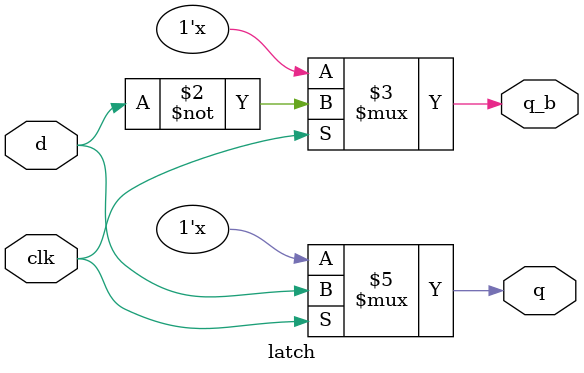
<source format=v>
`timescale 1ns/1ps
module latch(input clk,
             input d,
             output reg q,
             output reg q_b);

        always@(clk or d)
        begin
            if (clk) begin
                q <= d;
                q_b <= ~d;
            end
        end
endmodule
</source>
